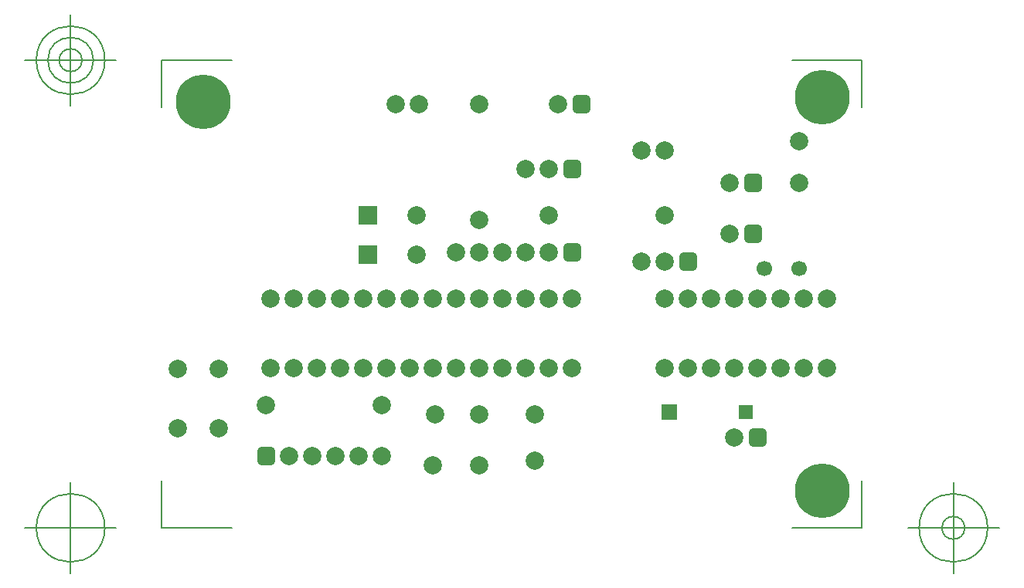
<source format=gbr>
G04 Generated by Ultiboard 14.0 *
%FSLAX34Y34*%
%MOMM*%

%ADD10C,0.0001*%
%ADD11C,0.1270*%
%ADD12C,2.0000*%
%ADD13R,1.0051X1.0051*%
%ADD14C,0.9949*%
%ADD15C,1.7000*%
%ADD16R,2.0000X2.0000*%
%ADD17R,1.6000X1.6000*%
%ADD18R,1.7000X1.7000*%
%ADD19C,6.0000*%


G04 ColorRGB 9900CC for the following layer *
%LNSolder Mask Bottom*%
%LPD*%
G54D10*
G54D11*
X-2540Y-2540D02*
X-2540Y48768D01*
X-2540Y-2540D02*
X74168Y-2540D01*
X764540Y-2540D02*
X687832Y-2540D01*
X764540Y-2540D02*
X764540Y48768D01*
X764540Y510540D02*
X764540Y459232D01*
X764540Y510540D02*
X687832Y510540D01*
X-2540Y510540D02*
X74168Y510540D01*
X-2540Y510540D02*
X-2540Y459232D01*
X-52540Y-2540D02*
X-152540Y-2540D01*
X-102540Y-52540D02*
X-102540Y47460D01*
X-140040Y-2540D02*
G75*
D01*
G02X-140040Y-2540I37500J0*
G01*
X814540Y-2540D02*
X914540Y-2540D01*
X864540Y-52540D02*
X864540Y47460D01*
X827040Y-2540D02*
G75*
D01*
G02X827040Y-2540I37500J0*
G01*
X852040Y-2540D02*
G75*
D01*
G02X852040Y-2540I12500J0*
G01*
X-52540Y510540D02*
X-152540Y510540D01*
X-102540Y460540D02*
X-102540Y560540D01*
X-140040Y510540D02*
G75*
D01*
G02X-140040Y510540I37500J0*
G01*
X-127540Y510540D02*
G75*
D01*
G02X-127540Y510540I25000J0*
G01*
X-115040Y510540D02*
G75*
D01*
G02X-115040Y510540I12500J0*
G01*
G54D12*
X137160Y76200D03*
X162560Y76200D03*
X213360Y76200D03*
X187960Y76200D03*
X238760Y76200D03*
X294640Y66040D03*
X345440Y66040D03*
X345440Y121920D03*
X296757Y121920D03*
X421640Y299720D03*
X396240Y299720D03*
X345440Y299720D03*
X370840Y299720D03*
X320040Y299720D03*
X548640Y340360D03*
X421640Y340360D03*
X421640Y391160D03*
X396240Y391160D03*
X619760Y320040D03*
X15240Y171873D03*
X60113Y171873D03*
X15240Y106680D03*
X60113Y106680D03*
X238760Y132080D03*
X111760Y132080D03*
X548640Y172720D03*
X726440Y172720D03*
X675640Y248920D03*
X701040Y248920D03*
X650240Y248920D03*
X599440Y248920D03*
X624840Y248920D03*
X574040Y248920D03*
X548640Y248920D03*
X574040Y172720D03*
X650240Y172720D03*
X675640Y172720D03*
X701040Y172720D03*
X599440Y172720D03*
X624840Y172720D03*
X726440Y248920D03*
X619760Y375920D03*
X548640Y289560D03*
X523240Y289560D03*
X345440Y462280D03*
X345440Y335280D03*
X431800Y462280D03*
X279400Y462280D03*
X254000Y462280D03*
X548640Y411480D03*
X523240Y411480D03*
X406400Y71120D03*
X406400Y121920D03*
X142240Y172720D03*
X167640Y172720D03*
X193040Y172720D03*
X243840Y172720D03*
X218440Y172720D03*
X269240Y172720D03*
X320040Y172720D03*
X294640Y172720D03*
X345440Y172720D03*
X370840Y172720D03*
X396240Y172720D03*
X421640Y172720D03*
X447040Y172720D03*
X116840Y172720D03*
X116840Y248920D03*
X142240Y248920D03*
X167640Y248920D03*
X193040Y248920D03*
X218440Y248920D03*
X243840Y248920D03*
X269240Y248920D03*
X294640Y248920D03*
X320040Y248920D03*
X345440Y248920D03*
X370840Y248920D03*
X396240Y248920D03*
X421640Y248920D03*
X447040Y248920D03*
X695960Y421640D03*
X695960Y375920D03*
X276860Y340360D03*
X276860Y297180D03*
X624840Y96520D03*
G54D13*
X111760Y76200D03*
X447040Y299720D03*
X447040Y391160D03*
X645160Y320040D03*
X645160Y375920D03*
X574040Y289560D03*
X457200Y462280D03*
X650240Y96520D03*
G54D14*
X106735Y71175D02*
X116785Y71175D01*
X116785Y81225D01*
X106735Y81225D01*
X106735Y71175D01*D02*
X442015Y294695D02*
X452065Y294695D01*
X452065Y304745D01*
X442015Y304745D01*
X442015Y294695D01*D02*
X442015Y386135D02*
X452065Y386135D01*
X452065Y396185D01*
X442015Y396185D01*
X442015Y386135D01*D02*
X640135Y315015D02*
X650185Y315015D01*
X650185Y325065D01*
X640135Y325065D01*
X640135Y315015D01*D02*
X640135Y370895D02*
X650185Y370895D01*
X650185Y380945D01*
X640135Y380945D01*
X640135Y370895D01*D02*
X569015Y284535D02*
X579065Y284535D01*
X579065Y294585D01*
X569015Y294585D01*
X569015Y284535D01*D02*
X452175Y457255D02*
X462225Y457255D01*
X462225Y467305D01*
X452175Y467305D01*
X452175Y457255D01*D02*
X645215Y91495D02*
X655265Y91495D01*
X655265Y101545D01*
X645215Y101545D01*
X645215Y91495D01*D02*
G54D15*
X695960Y281940D03*
X657860Y281940D03*
G54D16*
X223520Y340360D03*
X223520Y297180D03*
G54D17*
X637540Y124460D03*
G54D18*
X553720Y124460D03*
G54D19*
X43180Y464820D03*
X721360Y38100D03*
X721360Y469900D03*

M02*

</source>
